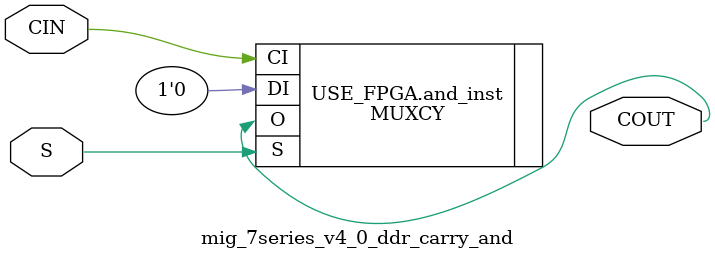
<source format=v>
`timescale 1ps/1ps


module mig_7series_v4_0_ddr_carry_and #
  (
   parameter         C_FAMILY                         = "virtex6"
                       // FPGA Family. Current version: virtex6 or spartan6.
   )
  (
   input  wire        CIN,
   input  wire        S,
   output wire        COUT
   );
  
  
  /////////////////////////////////////////////////////////////////////////////
  // Variables for generating parameter controlled instances.
  /////////////////////////////////////////////////////////////////////////////
  
  
  /////////////////////////////////////////////////////////////////////////////
  // Local params
  /////////////////////////////////////////////////////////////////////////////
  
  
  /////////////////////////////////////////////////////////////////////////////
  // Functions
  /////////////////////////////////////////////////////////////////////////////
  
  
  /////////////////////////////////////////////////////////////////////////////
  // Internal signals
  /////////////////////////////////////////////////////////////////////////////

  
  /////////////////////////////////////////////////////////////////////////////
  // Instantiate or use RTL code
  /////////////////////////////////////////////////////////////////////////////
  
  generate
    if ( C_FAMILY == "rtl" ) begin : USE_RTL
      assign COUT = CIN & S;
      
    end else begin : USE_FPGA
      MUXCY and_inst 
      (
       .O (COUT), 
       .CI (CIN), 
       .DI (1'b0), 
       .S (S)
      ); 
      
    end
  endgenerate
  
  
endmodule

</source>
